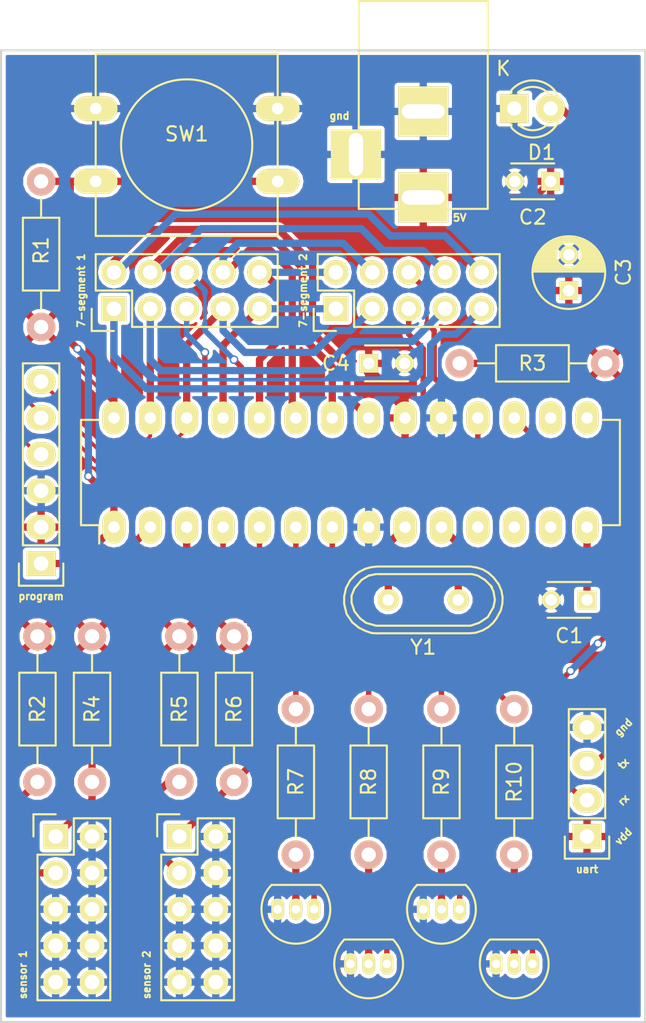
<source format=kicad_pcb>
(kicad_pcb (version 4) (host pcbnew 4.0.4+e1-6308~48~ubuntu14.04.1-stable)
  (layers (0 F.Cu signal) (31 B.Cu signal) (34 B.Paste user) (35 F.Paste user) (36 B.SilkS user) (37 F.SilkS user) (38 B.Mask user) (39 F.Mask user) (44 Edge.Cuts user))
  (net 0 "")
  (net 1 "Net-(C1-Pad1)")
  (net 2 GND)
  (net 3 +5V)
  (net 4 "Net-(D1-Pad2)")
  (net 5 /SENS1)
  (net 6 "Net-(P1-Pad3)")
  (net 7 /SENS2)
  (net 8 "Net-(P2-Pad3)")
  (net 9 "Net-(P3-Pad1)")
  (net 10 /g)
  (net 11 /f)
  (net 12 /a)
  (net 13 /RX)
  (net 14 /TX)
  (net 15 /DP)
  (net 16 /b)
  (net 17 /c)
  (net 18 "Net-(P5-Pad5)")
  (net 19 "Net-(P5-Pad6)")
  (net 20 /d)
  (net 21 /e)
  (net 22 "Net-(P6-Pad5)")
  (net 23 "Net-(P6-Pad6)")
  (net 24 "Net-(Q1-Pad2)")
  (net 25 "Net-(Q2-Pad2)")
  (net 26 "Net-(Q3-Pad2)")
  (net 27 "Net-(Q4-Pad2)")
  (net 28 /7S1a)
  (net 29 /7S1b)
  (net 30 /7S2a)
  (net 31 /7S2b)
  (net 32 "Net-(U1-Pad9)")
  (net 33 "Net-(U1-Pad10)")
  (net 34 "Net-(U1-Pad11)")
  (net 35 "Net-(U1-Pad12)")
  (net 36 "Net-(U1-Pad13)")
  (net 37 "Net-(U1-Pad15)")
  (net 38 "Net-(U1-Pad16)")
  (module Capacitors_ThroughHole:C_Disc_D3_P2.5 (layer F.Cu) (at 95.25 104.14 180)
    (fp_text reference C1 (at 1.25 -2.5 180) (layer F.SilkS))
    (fp_text value 1n hide)
    (pad 1 thru_hole rect (at 0 0 180) (size 1.3 1.3) (drill 0.8) (layers *.Cu *.Mask F.SilkS) (net 1 "Net-(C1-Pad1)"))
    (pad 2 thru_hole circle (at 2.5 0 180) (size 1.3 1.3) (drill 0.8001) (layers *.Cu *.Mask F.SilkS) (net 2 GND))
  )
  (module Capacitors_ThroughHole:C_Disc_D3_P2.5 (layer F.Cu) (at 92.71 74.93 180)
    (fp_text reference C2 (at 1.25 -2.5 180) (layer F.SilkS))
    (fp_text value 100n hide)
    (pad 1 thru_hole rect (at 0 0 180) (size 1.3 1.3) (drill 0.8) (layers *.Cu *.Mask F.SilkS) (net 3 +5V))
    (pad 2 thru_hole circle (at 2.5 0 180) (size 1.3 1.3) (drill 0.8001) (layers *.Cu *.Mask F.SilkS) (net 2 GND))
  )
  (module Capacitors_ThroughHole:C_Radial_D5_L6_P2.5 (layer F.Cu) (at 93.98 82.55 90)
    (fp_text reference C3 (at 1.27 3.81 90) (layer F.SilkS))
    (fp_text value 1µ hide)
    (pad 1 thru_hole rect (at 0 0 90) (size 1.3 1.3) (drill 0.8) (layers *.Cu *.Mask F.SilkS) (net 3 +5V))
    (pad 2 thru_hole circle (at 2.5 0 90) (size 1.3 1.3) (drill 0.8) (layers *.Cu *.Mask F.SilkS) (net 2 GND))
  )
  (module Capacitors_ThroughHole:C_Disc_D3_P2.5 (layer F.Cu) (at 80.01 87.63)
    (fp_text reference C4 (at -2.286 0) (layer F.SilkS))
    (fp_text value 1n hide)
    (pad 1 thru_hole rect (at 0 0) (size 1.3 1.3) (drill 0.8) (layers *.Cu *.Mask F.SilkS) (net 3 +5V))
    (pad 2 thru_hole circle (at 2.5 0) (size 1.3 1.3) (drill 0.8001) (layers *.Cu *.Mask F.SilkS) (net 2 GND))
  )
  (module Connect:BARREL_JACK (layer F.Cu) (at 83.82 69.85 270)
    (fp_text reference CON1 hide)
    (fp_text value BARREL_JACK hide)
    (pad 1 thru_hole rect (at 6.20014 0 270) (size 3.50012 3.50012) (drill oval 1.00076 2.99974) (layers *.Cu *.Mask F.SilkS) (net 3 +5V))
    (pad 2 thru_hole rect (at 0.20066 0 270) (size 3.50012 3.50012) (drill oval 1.00076 2.99974) (layers *.Cu *.Mask F.SilkS) (net 2 GND))
    (pad 3 thru_hole rect (at 3.2004 4.699 270) (size 3.50012 3.50012) (drill oval 2.99974 1.00076) (layers *.Cu *.Mask F.SilkS) (net 2 GND))
  )
  (module LEDs:LED-3MM (layer F.Cu) (at 90.17 69.85)
    (fp_text reference D1 (at 1.91 3.06) (layer F.SilkS))
    (fp_text value LED hide)
    (fp_text user K (at -0.762 -2.794) (layer F.SilkS))
    (pad 1 thru_hole rect (at 0 0 90) (size 2 2) (drill 1.00076) (layers *.Cu *.Mask F.SilkS) (net 2 GND))
    (pad 2 thru_hole circle (at 2.54 0) (size 2 2) (drill 1.00076) (layers *.Cu *.Mask F.SilkS) (net 4 "Net-(D1-Pad2)"))
  )
  (module Pin_Headers:Pin_Header_Straight_2x05 (layer F.Cu) (at 58.166 120.65)
    (fp_text reference P1 hide)
    (fp_text value SENS1 hide)
    (pad 1 thru_hole rect (at 0 0) (size 1.7272 1.7272) (drill 1.016) (layers *.Cu *.Mask F.SilkS) (net 5 /SENS1))
    (pad 2 thru_hole oval (at 2.54 0) (size 1.7272 1.7272) (drill 1.016) (layers *.Cu *.Mask F.SilkS) (net 2 GND))
    (pad 3 thru_hole oval (at 0 2.54) (size 1.7272 1.7272) (drill 1.016) (layers *.Cu *.Mask F.SilkS) (net 6 "Net-(P1-Pad3)"))
    (pad 4 thru_hole oval (at 2.54 2.54) (size 1.7272 1.7272) (drill 1.016) (layers *.Cu *.Mask F.SilkS) (net 2 GND))
    (pad 5 thru_hole oval (at 0 5.08) (size 1.7272 1.7272) (drill 1.016) (layers *.Cu *.Mask F.SilkS) (net 2 GND))
    (pad 6 thru_hole oval (at 2.54 5.08) (size 1.7272 1.7272) (drill 1.016) (layers *.Cu *.Mask F.SilkS) (net 2 GND))
    (pad 7 thru_hole oval (at 0 7.62) (size 1.7272 1.7272) (drill 1.016) (layers *.Cu *.Mask F.SilkS) (net 2 GND))
    (pad 8 thru_hole oval (at 2.54 7.62) (size 1.7272 1.7272) (drill 1.016) (layers *.Cu *.Mask F.SilkS) (net 2 GND))
    (pad 9 thru_hole oval (at 0 10.16) (size 1.7272 1.7272) (drill 1.016) (layers *.Cu *.Mask F.SilkS) (net 2 GND))
    (pad 10 thru_hole oval (at 2.54 10.16) (size 1.7272 1.7272) (drill 1.016) (layers *.Cu *.Mask F.SilkS) (net 2 GND))
  )
  (module Pin_Headers:Pin_Header_Straight_2x05 (layer F.Cu) (at 66.802 120.65)
    (fp_text reference P2 hide)
    (fp_text value SENS2 hide)
    (pad 1 thru_hole rect (at 0 0) (size 1.7272 1.7272) (drill 1.016) (layers *.Cu *.Mask F.SilkS) (net 7 /SENS2))
    (pad 2 thru_hole oval (at 2.54 0) (size 1.7272 1.7272) (drill 1.016) (layers *.Cu *.Mask F.SilkS) (net 2 GND))
    (pad 3 thru_hole oval (at 0 2.54) (size 1.7272 1.7272) (drill 1.016) (layers *.Cu *.Mask F.SilkS) (net 8 "Net-(P2-Pad3)"))
    (pad 4 thru_hole oval (at 2.54 2.54) (size 1.7272 1.7272) (drill 1.016) (layers *.Cu *.Mask F.SilkS) (net 2 GND))
    (pad 5 thru_hole oval (at 0 5.08) (size 1.7272 1.7272) (drill 1.016) (layers *.Cu *.Mask F.SilkS) (net 2 GND))
    (pad 6 thru_hole oval (at 2.54 5.08) (size 1.7272 1.7272) (drill 1.016) (layers *.Cu *.Mask F.SilkS) (net 2 GND))
    (pad 7 thru_hole oval (at 0 7.62) (size 1.7272 1.7272) (drill 1.016) (layers *.Cu *.Mask F.SilkS) (net 2 GND))
    (pad 8 thru_hole oval (at 2.54 7.62) (size 1.7272 1.7272) (drill 1.016) (layers *.Cu *.Mask F.SilkS) (net 2 GND))
    (pad 9 thru_hole oval (at 0 10.16) (size 1.7272 1.7272) (drill 1.016) (layers *.Cu *.Mask F.SilkS) (net 2 GND))
    (pad 10 thru_hole oval (at 2.54 10.16) (size 1.7272 1.7272) (drill 1.016) (layers *.Cu *.Mask F.SilkS) (net 2 GND))
  )
  (module Pin_Headers:Pin_Header_Straight_1x06 (layer F.Cu) (at 57.15 101.6 180)
    (fp_text reference P3 (at 0 -5.1 180) (layer F.SilkS))
    (fp_text value Program hide)
    (pad 1 thru_hole rect (at 0 0 180) (size 2.032 1.7272) (drill 1.016) (layers *.Cu *.Mask F.SilkS) (net 9 "Net-(P3-Pad1)"))
    (pad 2 thru_hole oval (at 0 2.54 180) (size 2.032 1.7272) (drill 1.016) (layers *.Cu *.Mask F.SilkS) (net 3 +5V))
    (pad 3 thru_hole oval (at 0 5.08 180) (size 2.032 1.7272) (drill 1.016) (layers *.Cu *.Mask F.SilkS) (net 2 GND))
    (pad 4 thru_hole oval (at 0 7.62 180) (size 2.032 1.7272) (drill 1.016) (layers *.Cu *.Mask F.SilkS) (net 15 /DP))
    (pad 5 thru_hole oval (at 0 10.16 180) (size 2.032 1.7272) (drill 1.016) (layers *.Cu *.Mask F.SilkS) (net 17 /c))
    (pad 6 thru_hole oval (at 0 12.7 180) (size 2.032 1.7272) (drill 1.016) (layers *.Cu *.Mask F.SilkS) (net 20 /d))
  )
  (module Pin_Headers:Pin_Header_Straight_1x04 (layer F.Cu) (at 95.25 120.65 180)
    (fp_text reference P4 hide)
    (fp_text value UART hide)
    (pad 1 thru_hole rect (at 0 0 180) (size 2.032 1.7272) (drill 1.016) (layers *.Cu *.Mask F.SilkS) (net 3 +5V))
    (pad 2 thru_hole oval (at 0 2.54 180) (size 2.032 1.7272) (drill 1.016) (layers *.Cu *.Mask F.SilkS) (net 13 /RX))
    (pad 3 thru_hole oval (at 0 5.08 180) (size 2.032 1.7272) (drill 1.016) (layers *.Cu *.Mask F.SilkS) (net 14 /TX))
    (pad 4 thru_hole oval (at 0 7.62 180) (size 2.032 1.7272) (drill 1.016) (layers *.Cu *.Mask F.SilkS) (net 2 GND))
  )
  (module Pin_Headers:Pin_Header_Straight_2x05 (layer F.Cu) (at 62.23 83.82 90)
    (fp_text reference P5 hide)
    (fp_text value 7SEG_1 hide)
    (pad 1 thru_hole rect (at 0 0 90) (size 1.7272 1.7272) (drill 1.016) (layers *.Cu *.Mask F.SilkS) (net 15 /DP))
    (pad 2 thru_hole oval (at 2.54 0 90) (size 1.7272 1.7272) (drill 1.016) (layers *.Cu *.Mask F.SilkS) (net 16 /b))
    (pad 3 thru_hole oval (at 0 2.54 90) (size 1.7272 1.7272) (drill 1.016) (layers *.Cu *.Mask F.SilkS) (net 17 /c))
    (pad 4 thru_hole oval (at 2.54 2.54 90) (size 1.7272 1.7272) (drill 1.016) (layers *.Cu *.Mask F.SilkS) (net 12 /a))
    (pad 5 thru_hole oval (at 0 5.08 90) (size 1.7272 1.7272) (drill 1.016) (layers *.Cu *.Mask F.SilkS) (net 18 "Net-(P5-Pad5)"))
    (pad 6 thru_hole oval (at 2.54 5.08 90) (size 1.7272 1.7272) (drill 1.016) (layers *.Cu *.Mask F.SilkS) (net 19 "Net-(P5-Pad6)"))
    (pad 7 thru_hole oval (at 0 7.62 90) (size 1.7272 1.7272) (drill 1.016) (layers *.Cu *.Mask F.SilkS) (net 20 /d))
    (pad 8 thru_hole oval (at 2.54 7.62 90) (size 1.7272 1.7272) (drill 1.016) (layers *.Cu *.Mask F.SilkS) (net 11 /f))
    (pad 9 thru_hole oval (at 0 10.16 90) (size 1.7272 1.7272) (drill 1.016) (layers *.Cu *.Mask F.SilkS) (net 21 /e))
    (pad 10 thru_hole oval (at 2.54 10.16 90) (size 1.7272 1.7272) (drill 1.016) (layers *.Cu *.Mask F.SilkS) (net 10 /g))
  )
  (module Pin_Headers:Pin_Header_Straight_2x05 (layer F.Cu) (at 77.724 83.82 90)
    (fp_text reference P6 hide)
    (fp_text value 7SEG_2 hide)
    (pad 1 thru_hole rect (at 0 0 90) (size 1.7272 1.7272) (drill 1.016) (layers *.Cu *.Mask F.SilkS) (net 21 /e))
    (pad 2 thru_hole oval (at 2.54 0 90) (size 1.7272 1.7272) (drill 1.016) (layers *.Cu *.Mask F.SilkS) (net 10 /g))
    (pad 3 thru_hole oval (at 0 2.54 90) (size 1.7272 1.7272) (drill 1.016) (layers *.Cu *.Mask F.SilkS) (net 20 /d))
    (pad 4 thru_hole oval (at 2.54 2.54 90) (size 1.7272 1.7272) (drill 1.016) (layers *.Cu *.Mask F.SilkS) (net 11 /f))
    (pad 5 thru_hole oval (at 0 5.08 90) (size 1.7272 1.7272) (drill 1.016) (layers *.Cu *.Mask F.SilkS) (net 22 "Net-(P6-Pad5)"))
    (pad 6 thru_hole oval (at 2.54 5.08 90) (size 1.7272 1.7272) (drill 1.016) (layers *.Cu *.Mask F.SilkS) (net 23 "Net-(P6-Pad6)"))
    (pad 7 thru_hole oval (at 0 7.62 90) (size 1.7272 1.7272) (drill 1.016) (layers *.Cu *.Mask F.SilkS) (net 17 /c))
    (pad 8 thru_hole oval (at 2.54 7.62 90) (size 1.7272 1.7272) (drill 1.016) (layers *.Cu *.Mask F.SilkS) (net 12 /a))
    (pad 9 thru_hole oval (at 0 10.16 90) (size 1.7272 1.7272) (drill 1.016) (layers *.Cu *.Mask F.SilkS) (net 15 /DP))
    (pad 10 thru_hole oval (at 2.54 10.16 90) (size 1.7272 1.7272) (drill 1.016) (layers *.Cu *.Mask F.SilkS) (net 16 /b))
  )
  (module TO_SOT_Packages_THT:TO-92_Inline_Narrow_Oval (layer F.Cu) (at 76.2 125.73 180)
    (fp_text reference Q1 hide)
    (fp_text value 7S1a hide)
    (pad 2 thru_hole oval (at 1.27 0) (size 0.89916 1.50114) (drill 0.6) (layers *.Cu *.Mask F.SilkS) (net 24 "Net-(Q1-Pad2)"))
    (pad 3 thru_hole oval (at 2.54 0) (size 0.89916 1.50114) (drill 0.6) (layers *.Cu *.Mask F.SilkS) (net 2 GND))
    (pad 1 thru_hole oval (at 0 0) (size 0.89916 1.50114) (drill 0.6) (layers *.Cu *.Mask F.SilkS) (net 18 "Net-(P5-Pad5)"))
  )
  (module TO_SOT_Packages_THT:TO-92_Inline_Narrow_Oval (layer F.Cu) (at 81.28 129.54 180)
    (fp_text reference Q2 hide)
    (fp_text value 7S1b hide)
    (pad 2 thru_hole oval (at 1.27 0) (size 0.89916 1.50114) (drill 0.6) (layers *.Cu *.Mask F.SilkS) (net 25 "Net-(Q2-Pad2)"))
    (pad 3 thru_hole oval (at 2.54 0) (size 0.89916 1.50114) (drill 0.6) (layers *.Cu *.Mask F.SilkS) (net 2 GND))
    (pad 1 thru_hole oval (at 0 0) (size 0.89916 1.50114) (drill 0.6) (layers *.Cu *.Mask F.SilkS) (net 19 "Net-(P5-Pad6)"))
  )
  (module TO_SOT_Packages_THT:TO-92_Inline_Narrow_Oval (layer F.Cu) (at 86.36 125.73 180)
    (fp_text reference Q3 hide)
    (fp_text value 7S2a hide)
    (pad 2 thru_hole oval (at 1.27 0) (size 0.89916 1.50114) (drill 0.6) (layers *.Cu *.Mask F.SilkS) (net 26 "Net-(Q3-Pad2)"))
    (pad 3 thru_hole oval (at 2.54 0) (size 0.89916 1.50114) (drill 0.6) (layers *.Cu *.Mask F.SilkS) (net 2 GND))
    (pad 1 thru_hole oval (at 0 0) (size 0.89916 1.50114) (drill 0.6) (layers *.Cu *.Mask F.SilkS) (net 22 "Net-(P6-Pad5)"))
  )
  (module TO_SOT_Packages_THT:TO-92_Inline_Narrow_Oval (layer F.Cu) (at 91.44 129.54 180)
    (fp_text reference Q4 hide)
    (fp_text value 7S2b hide)
    (pad 2 thru_hole oval (at 1.27 0) (size 0.89916 1.50114) (drill 0.6) (layers *.Cu *.Mask F.SilkS) (net 27 "Net-(Q4-Pad2)"))
    (pad 3 thru_hole oval (at 2.54 0) (size 0.89916 1.50114) (drill 0.6) (layers *.Cu *.Mask F.SilkS) (net 2 GND))
    (pad 1 thru_hole oval (at 0 0) (size 0.89916 1.50114) (drill 0.6) (layers *.Cu *.Mask F.SilkS) (net 23 "Net-(P6-Pad6)"))
  )
  (module Resistors_ThroughHole:Resistor_Horizontal_RM10mm (layer F.Cu) (at 57.15 85.09 90)
    (fp_text reference R1 (at 5.334 0 90) (layer F.SilkS))
    (fp_text value 10k hide)
    (pad 1 thru_hole circle (at 0 0 90) (size 1.99898 1.99898) (drill 1.00076) (layers *.Cu *.SilkS *.Mask) (net 3 +5V))
    (pad 2 thru_hole circle (at 10.16 0 90) (size 1.99898 1.99898) (drill 1.00076) (layers *.Cu *.SilkS *.Mask) (net 9 "Net-(P3-Pad1)"))
  )
  (module Resistors_ThroughHole:Resistor_Horizontal_RM10mm (layer F.Cu) (at 56.896 106.68 270)
    (fp_text reference R2 (at 5.08 0 270) (layer F.SilkS))
    (fp_text value 300 hide)
    (pad 1 thru_hole circle (at 0 0 270) (size 1.99898 1.99898) (drill 1.00076) (layers *.Cu *.SilkS *.Mask) (net 3 +5V))
    (pad 2 thru_hole circle (at 10.16 0 270) (size 1.99898 1.99898) (drill 1.00076) (layers *.Cu *.SilkS *.Mask) (net 6 "Net-(P1-Pad3)"))
  )
  (module Resistors_ThroughHole:Resistor_Horizontal_RM10mm (layer F.Cu) (at 96.52 87.63 180)
    (fp_text reference R3 (at 5.08 0 180) (layer F.SilkS))
    (fp_text value 300 hide)
    (pad 1 thru_hole circle (at 0 0 180) (size 1.99898 1.99898) (drill 1.00076) (layers *.Cu *.SilkS *.Mask) (net 3 +5V))
    (pad 2 thru_hole circle (at 10.16 0 180) (size 1.99898 1.99898) (drill 1.00076) (layers *.Cu *.SilkS *.Mask) (net 4 "Net-(D1-Pad2)"))
  )
  (module Resistors_ThroughHole:Resistor_Horizontal_RM10mm (layer F.Cu) (at 60.706 106.68 270)
    (fp_text reference R4 (at 5.08 0 270) (layer F.SilkS))
    (fp_text value 10K hide)
    (pad 1 thru_hole circle (at 0 0 270) (size 1.99898 1.99898) (drill 1.00076) (layers *.Cu *.SilkS *.Mask) (net 3 +5V))
    (pad 2 thru_hole circle (at 10.16 0 270) (size 1.99898 1.99898) (drill 1.00076) (layers *.Cu *.SilkS *.Mask) (net 5 /SENS1))
  )
  (module Resistors_ThroughHole:Resistor_Horizontal_RM10mm (layer F.Cu) (at 66.802 106.68 270)
    (fp_text reference R5 (at 5.08 0 270) (layer F.SilkS))
    (fp_text value 300 hide)
    (pad 1 thru_hole circle (at 0 0 270) (size 1.99898 1.99898) (drill 1.00076) (layers *.Cu *.SilkS *.Mask) (net 3 +5V))
    (pad 2 thru_hole circle (at 10.16 0 270) (size 1.99898 1.99898) (drill 1.00076) (layers *.Cu *.SilkS *.Mask) (net 8 "Net-(P2-Pad3)"))
  )
  (module Resistors_ThroughHole:Resistor_Horizontal_RM10mm (layer F.Cu) (at 70.612 106.68 270)
    (fp_text reference R6 (at 5.08 0 270) (layer F.SilkS))
    (fp_text value 10K hide)
    (pad 1 thru_hole circle (at 0 0 270) (size 1.99898 1.99898) (drill 1.00076) (layers *.Cu *.SilkS *.Mask) (net 3 +5V))
    (pad 2 thru_hole circle (at 10.16 0 270) (size 1.99898 1.99898) (drill 1.00076) (layers *.Cu *.SilkS *.Mask) (net 7 /SENS2))
  )
  (module Resistors_ThroughHole:Resistor_Horizontal_RM10mm (layer F.Cu) (at 74.93 121.92 90)
    (fp_text reference R7 (at 5.08 0 90) (layer F.SilkS))
    (fp_text value 1k hide)
    (pad 1 thru_hole circle (at 0 0 90) (size 1.99898 1.99898) (drill 1.00076) (layers *.Cu *.SilkS *.Mask) (net 24 "Net-(Q1-Pad2)"))
    (pad 2 thru_hole circle (at 10.16 0 90) (size 1.99898 1.99898) (drill 1.00076) (layers *.Cu *.SilkS *.Mask) (net 28 /7S1a))
  )
  (module Resistors_ThroughHole:Resistor_Horizontal_RM10mm (layer F.Cu) (at 80.01 121.92 90)
    (fp_text reference R8 (at 5.08 0 90) (layer F.SilkS))
    (fp_text value 1k hide)
    (pad 1 thru_hole circle (at 0 0 90) (size 1.99898 1.99898) (drill 1.00076) (layers *.Cu *.SilkS *.Mask) (net 25 "Net-(Q2-Pad2)"))
    (pad 2 thru_hole circle (at 10.16 0 90) (size 1.99898 1.99898) (drill 1.00076) (layers *.Cu *.SilkS *.Mask) (net 29 /7S1b))
  )
  (module Resistors_ThroughHole:Resistor_Horizontal_RM10mm (layer F.Cu) (at 85.09 121.92 90)
    (fp_text reference R9 (at 5.08 0 90) (layer F.SilkS))
    (fp_text value 1k hide)
    (pad 1 thru_hole circle (at 0 0 90) (size 1.99898 1.99898) (drill 1.00076) (layers *.Cu *.SilkS *.Mask) (net 26 "Net-(Q3-Pad2)"))
    (pad 2 thru_hole circle (at 10.16 0 90) (size 1.99898 1.99898) (drill 1.00076) (layers *.Cu *.SilkS *.Mask) (net 30 /7S2a))
  )
  (module Resistors_ThroughHole:Resistor_Horizontal_RM10mm (layer F.Cu) (at 90.17 121.92 90)
    (fp_text reference R10 (at 5.08 0 90) (layer F.SilkS))
    (fp_text value 1k hide)
    (pad 1 thru_hole circle (at 0 0 90) (size 1.99898 1.99898) (drill 1.00076) (layers *.Cu *.SilkS *.Mask) (net 27 "Net-(Q4-Pad2)"))
    (pad 2 thru_hole circle (at 10.16 0 90) (size 1.99898 1.99898) (drill 1.00076) (layers *.Cu *.SilkS *.Mask) (net 31 /7S2b))
  )
  (module Buttons_Switches_ThroughHole:SW_PUSH-12mm (layer F.Cu) (at 67.31 72.39)
    (fp_text reference SW1 (at 0 -0.762) (layer F.SilkS))
    (fp_text value SW_PUSH hide)
    (pad 1 thru_hole oval (at 6.35 -2.54) (size 3.048 1.7272) (drill 0.8128) (layers *.Cu *.Mask F.SilkS) (net 2 GND))
    (pad 2 thru_hole oval (at 6.35 2.54) (size 3.048 1.7272) (drill 0.8128) (layers *.Cu *.Mask F.SilkS) (net 9 "Net-(P3-Pad1)"))
    (pad 1 thru_hole oval (at -6.35 -2.54) (size 3.048 1.7272) (drill 0.8128) (layers *.Cu *.Mask F.SilkS) (net 2 GND))
    (pad 2 thru_hole oval (at -6.35 2.54) (size 3.048 1.7272) (drill 0.8128) (layers *.Cu *.Mask F.SilkS) (net 9 "Net-(P3-Pad1)"))
  )
  (module Housings_DIP:DIP-28_W7.62mm_LongPads (layer F.Cu) (at 62.23 99.06 90)
    (fp_text reference U1 hide)
    (fp_text value PIC18F2550 hide)
    (pad 1 thru_hole oval (at 0 0 90) (size 2.3 1.6) (drill 0.8) (layers *.Cu *.Mask F.SilkS) (net 9 "Net-(P3-Pad1)"))
    (pad 2 thru_hole oval (at 0 2.54 90) (size 2.3 1.6) (drill 0.8) (layers *.Cu *.Mask F.SilkS) (net 5 /SENS1))
    (pad 3 thru_hole oval (at 0 5.08 90) (size 2.3 1.6) (drill 0.8) (layers *.Cu *.Mask F.SilkS) (net 7 /SENS2))
    (pad 4 thru_hole oval (at 0 7.62 90) (size 2.3 1.6) (drill 0.8) (layers *.Cu *.Mask F.SilkS) (net 28 /7S1a))
    (pad 5 thru_hole oval (at 0 10.16 90) (size 2.3 1.6) (drill 0.8) (layers *.Cu *.Mask F.SilkS) (net 29 /7S1b))
    (pad 6 thru_hole oval (at 0 12.7 90) (size 2.3 1.6) (drill 0.8) (layers *.Cu *.Mask F.SilkS) (net 30 /7S2a))
    (pad 7 thru_hole oval (at 0 15.24 90) (size 2.3 1.6) (drill 0.8) (layers *.Cu *.Mask F.SilkS) (net 31 /7S2b))
    (pad 8 thru_hole oval (at 0 17.78 90) (size 2.3 1.6) (drill 0.8) (layers *.Cu *.Mask F.SilkS) (net 2 GND))
    (pad 9 thru_hole oval (at 0 20.32 90) (size 2.3 1.6) (drill 0.8) (layers *.Cu *.Mask F.SilkS) (net 32 "Net-(U1-Pad9)"))
    (pad 10 thru_hole oval (at 0 22.86 90) (size 2.3 1.6) (drill 0.8) (layers *.Cu *.Mask F.SilkS) (net 33 "Net-(U1-Pad10)"))
    (pad 11 thru_hole oval (at 0 25.4 90) (size 2.3 1.6) (drill 0.8) (layers *.Cu *.Mask F.SilkS) (net 34 "Net-(U1-Pad11)"))
    (pad 12 thru_hole oval (at 0 27.94 90) (size 2.3 1.6) (drill 0.8) (layers *.Cu *.Mask F.SilkS) (net 35 "Net-(U1-Pad12)"))
    (pad 13 thru_hole oval (at 0 30.48 90) (size 2.3 1.6) (drill 0.8) (layers *.Cu *.Mask F.SilkS) (net 36 "Net-(U1-Pad13)"))
    (pad 14 thru_hole oval (at 0 33.02 90) (size 2.3 1.6) (drill 0.8) (layers *.Cu *.Mask F.SilkS) (net 1 "Net-(C1-Pad1)"))
    (pad 15 thru_hole oval (at 7.62 33.02 90) (size 2.3 1.6) (drill 0.8) (layers *.Cu *.Mask F.SilkS) (net 37 "Net-(U1-Pad15)"))
    (pad 16 thru_hole oval (at 7.62 30.48 90) (size 2.3 1.6) (drill 0.8) (layers *.Cu *.Mask F.SilkS) (net 38 "Net-(U1-Pad16)"))
    (pad 17 thru_hole oval (at 7.62 27.94 90) (size 2.3 1.6) (drill 0.8) (layers *.Cu *.Mask F.SilkS) (net 14 /TX))
    (pad 18 thru_hole oval (at 7.62 25.4 90) (size 2.3 1.6) (drill 0.8) (layers *.Cu *.Mask F.SilkS) (net 13 /RX))
    (pad 19 thru_hole oval (at 7.62 22.86 90) (size 2.3 1.6) (drill 0.8) (layers *.Cu *.Mask F.SilkS) (net 2 GND))
    (pad 20 thru_hole oval (at 7.62 20.32 90) (size 2.3 1.6) (drill 0.8) (layers *.Cu *.Mask F.SilkS) (net 3 +5V))
    (pad 21 thru_hole oval (at 7.62 17.78 90) (size 2.3 1.6) (drill 0.8) (layers *.Cu *.Mask F.SilkS) (net 16 /b))
    (pad 22 thru_hole oval (at 7.62 15.24 90) (size 2.3 1.6) (drill 0.8) (layers *.Cu *.Mask F.SilkS) (net 12 /a))
    (pad 23 thru_hole oval (at 7.62 12.7 90) (size 2.3 1.6) (drill 0.8) (layers *.Cu *.Mask F.SilkS) (net 11 /f))
    (pad 24 thru_hole oval (at 7.62 10.16 90) (size 2.3 1.6) (drill 0.8) (layers *.Cu *.Mask F.SilkS) (net 10 /g))
    (pad 25 thru_hole oval (at 7.62 7.62 90) (size 2.3 1.6) (drill 0.8) (layers *.Cu *.Mask F.SilkS) (net 21 /e))
    (pad 26 thru_hole oval (at 7.62 5.08 90) (size 2.3 1.6) (drill 0.8) (layers *.Cu *.Mask F.SilkS) (net 20 /d))
    (pad 27 thru_hole oval (at 7.62 2.54 90) (size 2.3 1.6) (drill 0.8) (layers *.Cu *.Mask F.SilkS) (net 17 /c))
    (pad 28 thru_hole oval (at 7.62 0 90) (size 2.3 1.6) (drill 0.8) (layers *.Cu *.Mask F.SilkS) (net 15 /DP))
  )
  (module Crystals:Crystal_HC49-U_Vertical (layer F.Cu) (at 83.82 104.14)
    (fp_text reference Y1 (at 0 3.302) (layer F.SilkS))
    (fp_text value Crystal hide)
    (pad 1 thru_hole circle (at -2.44094 0) (size 1.50114 1.50114) (drill 0.8001) (layers *.Cu *.Mask F.SilkS) (net 32 "Net-(U1-Pad9)"))
    (pad 2 thru_hole circle (at 2.44094 0) (size 1.50114 1.50114) (drill 0.8001) (layers *.Cu *.Mask F.SilkS) (net 33 "Net-(U1-Pad10)"))
  )
  (gr_text program (at 57.15 103.886) (layer F.SilkS) (effects (font (size 0.508 0.508) (thickness 0.127))))
  (gr_text vdd (at 97.79 120.65 45) (layer F.SilkS) (effects (font (size 0.508 0.508) (thickness 0.127))))
  (gr_text rx (at 97.79 118.11 45) (layer F.SilkS) (effects (font (size 0.508 0.508) (thickness 0.127))))
  (gr_text tx (at 97.79 115.57 45) (layer F.SilkS) (effects (font (size 0.508 0.508) (thickness 0.127))))
  (gr_text gnd (at 97.79 113.03 45) (layer F.SilkS) (effects (font (size 0.508 0.508) (thickness 0.127))))
  (gr_text uart (at 95.25 122.936) (layer F.SilkS) (effects (font (size 0.508 0.508) (thickness 0.127))))
  (gr_text "sensor 2" (at 64.516 130.302 90) (layer F.SilkS) (effects (font (size 0.508 0.508) (thickness 0.127))))
  (gr_text "sensor 1" (at 55.88 130.302 90) (layer F.SilkS) (effects (font (size 0.508 0.508) (thickness 0.127))))
  (gr_text 5V (at 86.36 77.47) (layer F.SilkS) (effects (font (size 0.508 0.508) (thickness 0.127))))
  (gr_text gnd (at 77.978 70.358) (layer F.SilkS) (effects (font (size 0.508 0.508) (thickness 0.127))))
  (gr_text "7-segment 2" (at 75.438 82.55 90) (layer F.SilkS) (effects (font (size 0.508 0.508) (thickness 0.127))))
  (gr_text "7-segment 1" (at 59.944 82.55 90) (layer F.SilkS) (effects (font (size 0.508 0.508) (thickness 0.127))))
  (gr_line (start 54.356 133.604) (end 54.356 65.786) (angle 90) (layer Edge.Cuts) (width 0.15))
  (gr_line (start 99.314 133.604) (end 54.356 133.604) (angle 90) (layer Edge.Cuts) (width 0.15))
  (gr_line (start 99.314 65.786) (end 99.314 133.604) (angle 90) (layer Edge.Cuts) (width 0.15))
  (gr_line (start 54.356 65.786) (end 99.314 65.786) (angle 90) (layer Edge.Cuts) (width 0.15))
  (segment (start 95.25 104.14) (end 95.25 99.06) (width 0.508) (layer F.Cu) (net 1))
  (segment (start 83.82 76.05014) (end 91.58986 76.05014) (width 0.508) (layer F.Cu) (net 3))
  (segment (start 91.58986 76.05014) (end 92.71 74.93) (width 0.508) (layer F.Cu) (net 3))
  (segment (start 80.01 87.63) (end 80.01 88.138) (width 0.762) (layer F.Cu) (net 3))
  (segment (start 80.01 88.138) (end 82.55 90.678) (width 0.762) (layer F.Cu) (net 3))
  (segment (start 82.55 90.678) (end 82.55 91.44) (width 0.762) (layer F.Cu) (net 3))
  (segment (start 92.71 69.85) (end 93.472 69.85) (width 0.508) (layer F.Cu) (net 4))
  (segment (start 93.472 69.85) (end 94.742 71.12) (width 0.508) (layer F.Cu) (net 4))
  (segment (start 94.742 71.12) (end 94.742 75.946) (width 0.508) (layer F.Cu) (net 4))
  (segment (start 94.742 75.946) (end 92.456 78.232) (width 0.508) (layer F.Cu) (net 4))
  (segment (start 92.456 78.232) (end 91.694 78.232) (width 0.508) (layer F.Cu) (net 4))
  (segment (start 91.694 78.232) (end 90.424 79.502) (width 0.508) (layer F.Cu) (net 4))
  (segment (start 90.424 79.502) (end 90.424 86.106) (width 0.508) (layer F.Cu) (net 4))
  (segment (start 90.424 86.106) (end 88.9 87.63) (width 0.508) (layer F.Cu) (net 4))
  (segment (start 88.9 87.63) (end 86.36 87.63) (width 0.508) (layer F.Cu) (net 4))
  (segment (start 60.706 116.84) (end 60.706 118.11) (width 0.508) (layer F.Cu) (net 5))
  (segment (start 60.706 118.11) (end 58.166 120.65) (width 0.508) (layer F.Cu) (net 5))
  (segment (start 60.706 116.84) (end 60.706 110.744) (width 0.508) (layer F.Cu) (net 5))
  (segment (start 62.992 100.838) (end 64.77 99.06) (width 0.508) (layer F.Cu) (net 5))
  (segment (start 62.992 108.458) (end 62.992 100.838) (width 0.508) (layer F.Cu) (net 5))
  (segment (start 60.706 110.744) (end 62.992 108.458) (width 0.508) (layer F.Cu) (net 5))
  (segment (start 58.166 123.19) (end 56.896 123.19) (width 0.508) (layer F.Cu) (net 6))
  (segment (start 55.88 117.856) (end 56.896 116.84) (width 0.508) (layer F.Cu) (net 6))
  (segment (start 55.88 122.174) (end 55.88 117.856) (width 0.508) (layer F.Cu) (net 6))
  (segment (start 56.896 123.19) (end 55.88 122.174) (width 0.508) (layer F.Cu) (net 6))
  (segment (start 66.802 120.65) (end 70.612 116.84) (width 0.508) (layer F.Cu) (net 7))
  (segment (start 67.31 99.06) (end 67.31 100.584) (width 0.508) (layer F.Cu) (net 7))
  (segment (start 72.644 114.808) (end 70.612 116.84) (width 0.508) (layer F.Cu) (net 7))
  (segment (start 72.644 105.918) (end 72.644 114.808) (width 0.508) (layer F.Cu) (net 7))
  (segment (start 67.31 100.584) (end 72.644 105.918) (width 0.508) (layer F.Cu) (net 7))
  (segment (start 67.31 99.06) (end 67.31 99.822) (width 0.508) (layer F.Cu) (net 7))
  (segment (start 66.802 116.84) (end 66.04 116.84) (width 0.508) (layer F.Cu) (net 8))
  (segment (start 66.04 116.84) (end 65.024 117.856) (width 0.508) (layer F.Cu) (net 8))
  (segment (start 65.024 117.856) (end 65.024 121.412) (width 0.508) (layer F.Cu) (net 8))
  (segment (start 65.024 121.412) (end 66.802 123.19) (width 0.508) (layer F.Cu) (net 8))
  (via (at 60.452 95.504) (size 0.6) (drill 0.4) (layers F.Cu B.Cu) (net 9))
  (via (at 59.69 86.614) (size 0.6) (drill 0.4) (layers F.Cu B.Cu) (net 9))
  (segment (start 59.182 86.106) (end 59.69 86.614) (width 0.508) (layer F.Cu) (net 9))
  (segment (start 59.182 74.93) (end 59.182 86.106) (width 0.508) (layer F.Cu) (net 9))
  (segment (start 60.452 87.376) (end 60.452 94.742) (width 0.508) (layer B.Cu) (net 9))
  (segment (start 59.69 86.614) (end 60.452 87.376) (width 0.508) (layer B.Cu) (net 9))
  (segment (start 60.452 95.504) (end 60.452 94.742) (width 0.508) (layer B.Cu) (net 9))
  (segment (start 62.23 97.282) (end 62.23 99.06) (width 0.508) (layer F.Cu) (net 9))
  (segment (start 60.452 95.504) (end 62.23 97.282) (width 0.508) (layer F.Cu) (net 9))
  (segment (start 57.15 101.6) (end 59.69 101.6) (width 0.508) (layer F.Cu) (net 9))
  (segment (start 59.69 101.6) (end 62.23 99.06) (width 0.508) (layer F.Cu) (net 9))
  (segment (start 73.66 74.93) (end 60.96 74.93) (width 0.508) (layer F.Cu) (net 9))
  (segment (start 57.15 74.93) (end 59.182 74.93) (width 0.508) (layer F.Cu) (net 9))
  (segment (start 59.182 74.93) (end 60.96 74.93) (width 0.508) (layer F.Cu) (net 9))
  (segment (start 72.39 81.28) (end 77.724 81.28) (width 0.508) (layer B.Cu) (net 10))
  (segment (start 72.39 87.376) (end 72.39 91.44) (width 0.508) (layer F.Cu) (net 10))
  (segment (start 72.39 81.28) (end 72.644 81.28) (width 0.508) (layer F.Cu) (net 10))
  (segment (start 72.644 81.28) (end 73.914 82.55) (width 0.508) (layer F.Cu) (net 10))
  (segment (start 73.914 82.55) (end 73.914 85.852) (width 0.508) (layer F.Cu) (net 10))
  (segment (start 73.914 85.852) (end 72.39 87.376) (width 0.508) (layer F.Cu) (net 10))
  (segment (start 69.85 81.28) (end 69.85 80.264) (width 0.508) (layer B.Cu) (net 11))
  (segment (start 78.232 79.248) (end 80.264 81.28) (width 0.508) (layer B.Cu) (net 11))
  (segment (start 70.866 79.248) (end 78.232 79.248) (width 0.508) (layer B.Cu) (net 11))
  (segment (start 69.85 80.264) (end 70.866 79.248) (width 0.508) (layer B.Cu) (net 11))
  (segment (start 74.676 81.28) (end 74.676 91.186) (width 0.508) (layer F.Cu) (net 11))
  (segment (start 74.676 91.186) (end 74.93 91.44) (width 0.508) (layer F.Cu) (net 11))
  (segment (start 69.85 81.28) (end 70.104 81.28) (width 0.508) (layer F.Cu) (net 11))
  (segment (start 70.104 81.28) (end 71.628 79.756) (width 0.508) (layer F.Cu) (net 11))
  (segment (start 71.628 79.756) (end 73.152 79.756) (width 0.508) (layer F.Cu) (net 11))
  (segment (start 73.152 79.756) (end 74.676 81.28) (width 0.508) (layer F.Cu) (net 11))
  (segment (start 64.77 81.28) (end 65.278 81.28) (width 0.508) (layer B.Cu) (net 12))
  (segment (start 65.278 81.28) (end 68.326 78.232) (width 0.508) (layer B.Cu) (net 12))
  (segment (start 83.82 79.756) (end 85.344 81.28) (width 0.508) (layer B.Cu) (net 12))
  (segment (start 81.026 79.756) (end 83.82 79.756) (width 0.508) (layer B.Cu) (net 12))
  (segment (start 79.502 78.232) (end 81.026 79.756) (width 0.508) (layer B.Cu) (net 12))
  (segment (start 68.326 78.232) (end 79.502 78.232) (width 0.508) (layer B.Cu) (net 12))
  (segment (start 64.77 81.28) (end 64.77 81.026) (width 0.508) (layer F.Cu) (net 12))
  (segment (start 64.77 81.026) (end 66.802 78.994) (width 0.508) (layer F.Cu) (net 12))
  (segment (start 66.802 78.994) (end 73.406 78.994) (width 0.508) (layer F.Cu) (net 12))
  (segment (start 77.47 87.884) (end 77.47 91.44) (width 0.508) (layer F.Cu) (net 12))
  (segment (start 75.384002 85.798002) (end 77.47 87.884) (width 0.508) (layer F.Cu) (net 12))
  (segment (start 75.384002 80.972002) (end 75.384002 85.798002) (width 0.508) (layer F.Cu) (net 12))
  (segment (start 73.406 78.994) (end 75.384002 80.972002) (width 0.508) (layer F.Cu) (net 12))
  (via (at 94.107 109.093) (size 0.6) (drill 0.4) (layers F.Cu B.Cu) (net 13))
  (via (at 96.012 107.188) (size 0.6) (drill 0.4) (layers F.Cu B.Cu) (net 13))
  (segment (start 94.107 109.093) (end 96.012 107.188) (width 0.508) (layer B.Cu) (net 13))
  (segment (start 95.25 118.11) (end 94.996 118.11) (width 0.381) (layer F.Cu) (net 13))
  (segment (start 94.996 118.11) (end 93.218 116.332) (width 0.381) (layer F.Cu) (net 13))
  (segment (start 93.218 116.332) (end 93.218 109.982) (width 0.381) (layer F.Cu) (net 13))
  (segment (start 93.218 109.982) (end 94.107 109.093) (width 0.381) (layer F.Cu) (net 13))
  (segment (start 96.012 107.188) (end 96.774 106.426) (width 0.381) (layer F.Cu) (net 13))
  (segment (start 96.774 106.426) (end 96.774 97.282) (width 0.381) (layer F.Cu) (net 13))
  (segment (start 96.774 97.282) (end 94.234 94.742) (width 0.381) (layer F.Cu) (net 13))
  (segment (start 94.234 94.742) (end 89.154 94.742) (width 0.381) (layer F.Cu) (net 13))
  (segment (start 89.154 94.742) (end 87.63 93.218) (width 0.381) (layer F.Cu) (net 13))
  (segment (start 87.63 93.218) (end 87.63 91.44) (width 0.381) (layer F.Cu) (net 13))
  (segment (start 95.25 115.57) (end 95.758 115.57) (width 0.381) (layer F.Cu) (net 14))
  (segment (start 95.758 115.57) (end 97.79 113.538) (width 0.381) (layer F.Cu) (net 14))
  (segment (start 97.79 113.538) (end 97.79 96.774) (width 0.381) (layer F.Cu) (net 14))
  (segment (start 97.79 96.774) (end 94.742 93.726) (width 0.381) (layer F.Cu) (net 14))
  (segment (start 94.742 93.726) (end 92.456 93.726) (width 0.381) (layer F.Cu) (net 14))
  (segment (start 92.456 93.726) (end 90.17 91.44) (width 0.381) (layer F.Cu) (net 14))
  (segment (start 57.15 93.98) (end 56.896 93.98) (width 0.254) (layer F.Cu) (net 15))
  (segment (start 56.896 93.98) (end 55.118 92.202) (width 0.254) (layer F.Cu) (net 15))
  (segment (start 55.118 92.202) (end 55.118 88.138) (width 0.254) (layer F.Cu) (net 15))
  (segment (start 55.118 88.138) (end 56.134 87.122) (width 0.254) (layer F.Cu) (net 15))
  (segment (start 56.134 87.122) (end 58.928 87.122) (width 0.254) (layer F.Cu) (net 15))
  (segment (start 58.928 87.122) (end 62.23 90.424) (width 0.254) (layer F.Cu) (net 15))
  (segment (start 62.23 90.424) (end 62.23 91.44) (width 0.254) (layer F.Cu) (net 15))
  (segment (start 62.23 83.82) (end 62.23 87.122) (width 0.508) (layer B.Cu) (net 15))
  (segment (start 86.106 85.598) (end 87.884 83.82) (width 0.508) (layer B.Cu) (net 15))
  (segment (start 85.09 85.598) (end 86.106 85.598) (width 0.508) (layer B.Cu) (net 15))
  (segment (start 84.328 86.36) (end 85.09 85.598) (width 0.508) (layer B.Cu) (net 15))
  (segment (start 84.328 88.646) (end 84.328 86.36) (width 0.508) (layer B.Cu) (net 15))
  (segment (start 83.566 89.408) (end 84.328 88.646) (width 0.508) (layer B.Cu) (net 15))
  (segment (start 64.516 89.408) (end 83.566 89.408) (width 0.508) (layer B.Cu) (net 15))
  (segment (start 62.23 87.122) (end 64.516 89.408) (width 0.508) (layer B.Cu) (net 15))
  (segment (start 62.23 91.44) (end 62.23 83.82) (width 0.508) (layer F.Cu) (net 15))
  (segment (start 62.23 81.28) (end 62.484 81.28) (width 0.508) (layer B.Cu) (net 16))
  (segment (start 62.484 81.28) (end 66.548 77.216) (width 0.508) (layer B.Cu) (net 16))
  (segment (start 85.344 78.74) (end 87.884 81.28) (width 0.508) (layer B.Cu) (net 16))
  (segment (start 81.534 78.74) (end 85.344 78.74) (width 0.508) (layer B.Cu) (net 16))
  (segment (start 80.01 77.216) (end 81.534 78.74) (width 0.508) (layer B.Cu) (net 16))
  (segment (start 66.548 77.216) (end 80.01 77.216) (width 0.508) (layer B.Cu) (net 16))
  (segment (start 62.23 81.28) (end 62.23 80.518) (width 0.508) (layer F.Cu) (net 16))
  (segment (start 62.23 80.518) (end 64.462002 78.285998) (width 0.508) (layer F.Cu) (net 16))
  (segment (start 64.462002 78.285998) (end 73.713998 78.285998) (width 0.508) (layer F.Cu) (net 16))
  (segment (start 62.23 81.28) (end 62.23 81.026) (width 0.508) (layer F.Cu) (net 16))
  (segment (start 78.486 89.916) (end 80.01 91.44) (width 0.508) (layer F.Cu) (net 16))
  (segment (start 78.486 87.884) (end 78.486 89.916) (width 0.508) (layer F.Cu) (net 16))
  (segment (start 76.092004 85.490004) (end 78.486 87.884) (width 0.508) (layer F.Cu) (net 16))
  (segment (start 76.092004 80.664004) (end 76.092004 85.490004) (width 0.508) (layer F.Cu) (net 16))
  (segment (start 73.713998 78.285998) (end 76.092004 80.664004) (width 0.508) (layer F.Cu) (net 16))
  (segment (start 57.15 91.44) (end 57.15 91.186) (width 0.254) (layer F.Cu) (net 17))
  (segment (start 57.15 91.186) (end 55.626 89.662) (width 0.254) (layer F.Cu) (net 17))
  (segment (start 55.626 89.662) (end 55.626 88.392) (width 0.254) (layer F.Cu) (net 17))
  (segment (start 55.626 88.392) (end 56.388 87.63) (width 0.254) (layer F.Cu) (net 17))
  (segment (start 56.388 87.63) (end 58.674 87.63) (width 0.254) (layer F.Cu) (net 17))
  (segment (start 58.674 87.63) (end 59.436 88.392) (width 0.254) (layer F.Cu) (net 17))
  (segment (start 59.436 88.392) (end 59.436 91.948) (width 0.254) (layer F.Cu) (net 17))
  (segment (start 59.436 91.948) (end 61.214 93.726) (width 0.254) (layer F.Cu) (net 17))
  (segment (start 61.214 93.726) (end 63.754 93.726) (width 0.254) (layer F.Cu) (net 17))
  (segment (start 63.754 93.726) (end 64.77 92.71) (width 0.254) (layer F.Cu) (net 17))
  (segment (start 64.77 92.71) (end 64.77 91.44) (width 0.254) (layer F.Cu) (net 17))
  (segment (start 64.77 83.82) (end 64.77 87.376) (width 0.508) (layer B.Cu) (net 17))
  (segment (start 83.058 86.106) (end 85.344 83.82) (width 0.508) (layer B.Cu) (net 17))
  (segment (start 78.74 86.106) (end 83.058 86.106) (width 0.508) (layer B.Cu) (net 17))
  (segment (start 76.708 88.138) (end 78.74 86.106) (width 0.508) (layer B.Cu) (net 17))
  (segment (start 65.532 88.138) (end 76.708 88.138) (width 0.508) (layer B.Cu) (net 17))
  (segment (start 64.77 87.376) (end 65.532 88.138) (width 0.508) (layer B.Cu) (net 17))
  (segment (start 64.77 91.44) (end 64.77 83.82) (width 0.508) (layer F.Cu) (net 17))
  (via (at 68.58 86.868) (size 0.6) (drill 0.4) (layers F.Cu B.Cu) (net 18))
  (segment (start 68.58 90.17) (end 68.58 92.71) (width 0.254) (layer F.Cu) (net 18))
  (segment (start 71.12 96.52) (end 68.58 93.98) (width 0.381) (layer F.Cu) (net 18))
  (segment (start 68.58 93.98) (end 68.58 92.71) (width 0.381) (layer F.Cu) (net 18))
  (segment (start 71.12 97.79) (end 71.12 100.33) (width 0.254) (layer F.Cu) (net 18))
  (segment (start 77.47 108.14434) (end 71.12 101.79434) (width 0.381) (layer F.Cu) (net 18))
  (segment (start 71.12 101.79434) (end 71.12 100.33) (width 0.381) (layer F.Cu) (net 18))
  (segment (start 76.2 125.73) (end 76.2 124.714) (width 0.381) (layer F.Cu) (net 18))
  (segment (start 77.47 123.444) (end 77.47 110.744) (width 0.381) (layer F.Cu) (net 18))
  (segment (start 76.2 124.714) (end 77.47 123.444) (width 0.381) (layer F.Cu) (net 18))
  (segment (start 77.47 110.744) (end 77.47 108.14434) (width 0.381) (layer F.Cu) (net 18))
  (segment (start 71.12 97.79) (end 71.12 96.52) (width 0.381) (layer F.Cu) (net 18))
  (segment (start 68.58 86.868) (end 68.58 90.17) (width 0.381) (layer F.Cu) (net 18))
  (segment (start 67.31 85.598) (end 67.31 83.82) (width 0.381) (layer B.Cu) (net 18))
  (segment (start 68.58 86.868) (end 67.31 85.598) (width 0.381) (layer B.Cu) (net 18))
  (segment (start 68.58 82.804) (end 68.58 82.55) (width 0.381) (layer B.Cu) (net 19))
  (via (at 70.612 87.376) (size 0.6) (drill 0.4) (layers F.Cu B.Cu) (net 19))
  (segment (start 71.12 87.884) (end 70.612 87.376) (width 0.381) (layer F.Cu) (net 19))
  (segment (start 71.12 90.17) (end 71.12 92.71) (width 0.254) (layer F.Cu) (net 19))
  (segment (start 73.66 96.52) (end 71.12 93.98) (width 0.381) (layer F.Cu) (net 19))
  (segment (start 71.12 93.98) (end 71.12 92.71) (width 0.381) (layer F.Cu) (net 19))
  (segment (start 73.66 97.79) (end 73.66 100.33) (width 0.254) (layer F.Cu) (net 19))
  (segment (start 73.66 102.362) (end 73.66 100.33) (width 0.381) (layer F.Cu) (net 19))
  (segment (start 82.55 111.252) (end 73.66 102.362) (width 0.381) (layer F.Cu) (net 19))
  (segment (start 73.66 97.79) (end 73.66 96.52) (width 0.381) (layer F.Cu) (net 19))
  (segment (start 71.12 90.17) (end 71.12 87.884) (width 0.381) (layer F.Cu) (net 19))
  (segment (start 68.58 85.344) (end 68.58 84.836) (width 0.381) (layer B.Cu) (net 19))
  (segment (start 70.612 87.376) (end 68.58 85.344) (width 0.381) (layer B.Cu) (net 19))
  (segment (start 68.58 82.804) (end 68.58 84.836) (width 0.254) (layer B.Cu) (net 19))
  (segment (start 68.58 82.55) (end 67.31 81.28) (width 0.381) (layer B.Cu) (net 19))
  (segment (start 82.55 111.252) (end 82.55 112.522) (width 0.381) (layer F.Cu) (net 19))
  (segment (start 81.28 124.206) (end 82.55 122.936) (width 0.381) (layer F.Cu) (net 19))
  (segment (start 82.55 122.936) (end 82.55 111.252) (width 0.381) (layer F.Cu) (net 19))
  (segment (start 81.28 124.206) (end 81.28 129.54) (width 0.381) (layer F.Cu) (net 19))
  (segment (start 82.55 111.252) (end 82.55 111.252) (width 0.381) (layer F.Cu) (net 19))
  (segment (start 82.55 111.76) (end 82.55 111.252) (width 0.381) (layer F.Cu) (net 19))
  (segment (start 82.55 112.522) (end 82.55 111.76) (width 0.381) (layer F.Cu) (net 19))
  (segment (start 57.15 88.9) (end 58.674 90.424) (width 0.254) (layer F.Cu) (net 20))
  (segment (start 65.024 94.488) (end 67.31 92.202) (width 0.254) (layer F.Cu) (net 20))
  (segment (start 60.96 94.488) (end 65.024 94.488) (width 0.254) (layer F.Cu) (net 20))
  (segment (start 58.674 92.202) (end 60.96 94.488) (width 0.254) (layer F.Cu) (net 20))
  (segment (start 58.674 90.424) (end 58.674 92.202) (width 0.254) (layer F.Cu) (net 20))
  (segment (start 67.31 92.202) (end 67.31 91.44) (width 0.254) (layer F.Cu) (net 20))
  (segment (start 69.85 83.82) (end 69.85 85.344) (width 0.508) (layer B.Cu) (net 20))
  (segment (start 78.74 85.344) (end 80.264 83.82) (width 0.508) (layer B.Cu) (net 20))
  (segment (start 77.724 85.344) (end 78.74 85.344) (width 0.508) (layer B.Cu) (net 20))
  (segment (start 76.2 86.868) (end 77.724 85.344) (width 0.508) (layer B.Cu) (net 20))
  (segment (start 71.374 86.868) (end 76.2 86.868) (width 0.508) (layer B.Cu) (net 20))
  (segment (start 69.85 85.344) (end 71.374 86.868) (width 0.508) (layer B.Cu) (net 20))
  (segment (start 67.31 86.36) (end 69.85 83.82) (width 0.508) (layer F.Cu) (net 20))
  (segment (start 67.31 91.44) (end 67.31 86.36) (width 0.508) (layer F.Cu) (net 20))
  (segment (start 72.39 83.82) (end 77.724 83.82) (width 0.508) (layer B.Cu) (net 21))
  (segment (start 69.85 86.36) (end 72.39 83.82) (width 0.508) (layer F.Cu) (net 21))
  (segment (start 69.85 91.44) (end 69.85 86.36) (width 0.508) (layer F.Cu) (net 21))
  (segment (start 82.804 83.82) (end 82.804 85.598) (width 0.381) (layer F.Cu) (net 22))
  (segment (start 82.804 85.598) (end 83.82 86.614) (width 0.381) (layer F.Cu) (net 22))
  (segment (start 83.82 90.17) (end 83.82 86.614) (width 0.381) (layer F.Cu) (net 22))
  (segment (start 83.82 90.17) (end 83.82 92.964) (width 0.254) (layer F.Cu) (net 22))
  (segment (start 76.2 96.52) (end 78.486 94.234) (width 0.381) (layer F.Cu) (net 22))
  (segment (start 78.486 94.234) (end 82.55 94.234) (width 0.381) (layer F.Cu) (net 22))
  (segment (start 82.55 94.234) (end 83.82 92.964) (width 0.381) (layer F.Cu) (net 22))
  (segment (start 76.2 97.79) (end 76.2 100.33) (width 0.254) (layer F.Cu) (net 22))
  (segment (start 86.106 109.22) (end 85.852 108.966) (width 0.381) (layer F.Cu) (net 22))
  (segment (start 85.852 108.966) (end 82.55 108.966) (width 0.381) (layer F.Cu) (net 22))
  (segment (start 82.55 108.966) (end 80.772 107.188) (width 0.381) (layer F.Cu) (net 22))
  (segment (start 80.772 107.188) (end 76.2 102.616) (width 0.381) (layer F.Cu) (net 22))
  (segment (start 76.2 102.616) (end 76.2 100.33) (width 0.381) (layer F.Cu) (net 22))
  (segment (start 86.36 125.73) (end 86.36 124.714) (width 0.381) (layer F.Cu) (net 22))
  (segment (start 87.63 123.444) (end 87.63 110.744) (width 0.381) (layer F.Cu) (net 22))
  (segment (start 86.36 124.714) (end 87.63 123.444) (width 0.381) (layer F.Cu) (net 22))
  (segment (start 87.63 110.744) (end 86.106 109.22) (width 0.381) (layer F.Cu) (net 22))
  (segment (start 76.2 97.79) (end 76.2 96.52) (width 0.381) (layer F.Cu) (net 22))
  (segment (start 84.074 82.804) (end 84.074 82.55) (width 0.381) (layer F.Cu) (net 23))
  (segment (start 84.074 84.836) (end 84.582 85.344) (width 0.381) (layer F.Cu) (net 23))
  (segment (start 86.106 90.17) (end 84.582 88.646) (width 0.381) (layer F.Cu) (net 23))
  (segment (start 84.582 88.646) (end 84.582 85.344) (width 0.381) (layer F.Cu) (net 23))
  (segment (start 86.36 90.17) (end 86.36 92.71) (width 0.254) (layer F.Cu) (net 23))
  (segment (start 78.74 97.536) (end 80.772 95.504) (width 0.381) (layer F.Cu) (net 23))
  (segment (start 80.772 95.504) (end 83.82 95.504) (width 0.381) (layer F.Cu) (net 23))
  (segment (start 83.82 95.504) (end 86.36 92.964) (width 0.381) (layer F.Cu) (net 23))
  (segment (start 86.36 92.964) (end 86.36 92.71) (width 0.381) (layer F.Cu) (net 23))
  (segment (start 78.74 97.79) (end 78.74 100.33) (width 0.254) (layer F.Cu) (net 23))
  (segment (start 92.456 110.49) (end 89.588998 107.622998) (width 0.381) (layer F.Cu) (net 23))
  (segment (start 89.588998 107.622998) (end 83.044658 107.622998) (width 0.381) (layer F.Cu) (net 23))
  (segment (start 83.044658 107.622998) (end 78.74 103.31834) (width 0.381) (layer F.Cu) (net 23))
  (segment (start 78.74 103.31834) (end 78.74 100.33) (width 0.381) (layer F.Cu) (net 23))
  (segment (start 91.44 129.54) (end 91.44 123.952) (width 0.381) (layer F.Cu) (net 23))
  (segment (start 92.456 122.936) (end 92.456 110.744) (width 0.381) (layer F.Cu) (net 23))
  (segment (start 91.44 123.952) (end 92.456 122.936) (width 0.381) (layer F.Cu) (net 23))
  (segment (start 92.456 110.744) (end 92.456 110.49) (width 0.381) (layer F.Cu) (net 23))
  (segment (start 78.74 97.79) (end 78.74 97.536) (width 0.381) (layer F.Cu) (net 23))
  (segment (start 86.36 90.17) (end 86.106 90.17) (width 0.381) (layer F.Cu) (net 23))
  (segment (start 84.074 82.804) (end 84.074 84.836) (width 0.254) (layer F.Cu) (net 23))
  (segment (start 84.074 82.55) (end 82.804 81.28) (width 0.381) (layer F.Cu) (net 23))
  (segment (start 74.93 121.92) (end 74.93 125.73) (width 0.508) (layer F.Cu) (net 24))
  (segment (start 80.01 121.92) (end 80.01 129.54) (width 0.508) (layer F.Cu) (net 25))
  (segment (start 85.09 121.92) (end 85.09 125.73) (width 0.508) (layer F.Cu) (net 26))
  (segment (start 90.17 121.92) (end 90.17 129.54) (width 0.508) (layer F.Cu) (net 27))
  (segment (start 74.93 111.76) (end 74.93 106.426) (width 0.381) (layer F.Cu) (net 28))
  (segment (start 69.85 101.346) (end 69.85 99.06) (width 0.381) (layer F.Cu) (net 28))
  (segment (start 74.93 106.426) (end 69.85 101.346) (width 0.381) (layer F.Cu) (net 28))
  (segment (start 80.01 111.76) (end 80.01 109.728) (width 0.381) (layer F.Cu) (net 29))
  (segment (start 72.39 102.108) (end 72.39 99.06) (width 0.381) (layer F.Cu) (net 29))
  (segment (start 80.01 109.728) (end 72.39 102.108) (width 0.381) (layer F.Cu) (net 29))
  (segment (start 74.93 99.06) (end 74.93 102.616) (width 0.381) (layer F.Cu) (net 30))
  (segment (start 85.09 110.49) (end 85.09 111.76) (width 0.381) (layer F.Cu) (net 30))
  (segment (start 84.328 109.728) (end 85.09 110.49) (width 0.381) (layer F.Cu) (net 30))
  (segment (start 82.042 109.728) (end 84.328 109.728) (width 0.381) (layer F.Cu) (net 30))
  (segment (start 74.93 102.616) (end 82.042 109.728) (width 0.381) (layer F.Cu) (net 30))
  (segment (start 77.47 99.06) (end 77.47 102.87) (width 0.381) (layer F.Cu) (net 31))
  (segment (start 86.614 108.204) (end 90.17 111.76) (width 0.381) (layer F.Cu) (net 31))
  (segment (start 82.804 108.204) (end 86.614 108.204) (width 0.381) (layer F.Cu) (net 31))
  (segment (start 77.47 102.87) (end 82.804 108.204) (width 0.381) (layer F.Cu) (net 31))
  (segment (start 81.37906 104.14) (end 81.37906 100.23094) (width 0.508) (layer F.Cu) (net 32))
  (segment (start 81.37906 100.23094) (end 82.55 99.06) (width 0.508) (layer F.Cu) (net 32))
  (segment (start 86.26094 104.14) (end 86.26094 100.23094) (width 0.508) (layer F.Cu) (net 33))
  (segment (start 86.26094 100.23094) (end 85.09 99.06) (width 0.508) (layer F.Cu) (net 33))
  (zone (net 2) (net_name GND) (layer B.Cu) (connect_pads (clearance 0.254)) (min_thickness 0.2032) (fill yes (arc_segments 16) (thermal_gap 0.254) (thermal_bridge_width 0.508))
    (polygon (pts (xy 99.06 133.35) (xy 54.61 133.35) (xy 54.61 66.04) (xy 99.06 66.04)))
  )
  (zone (net 3) (net_name +5V) (layer F.Cu) (connect_pads (clearance 0.254)) (min_thickness 0.2032) (fill yes (arc_segments 16) (thermal_gap 0.254) (thermal_bridge_width 0.508))
    (polygon (pts (xy 99.06 133.35) (xy 54.61 133.35) (xy 54.61 66.04) (xy 99.06 66.04)))
  )
)
</source>
